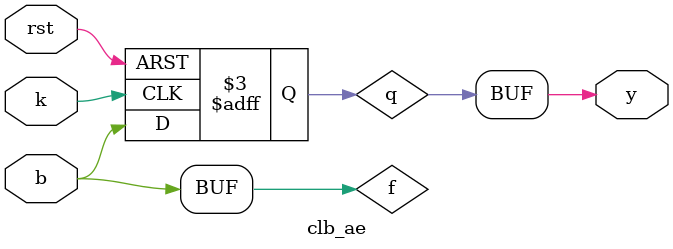
<source format=v>
module clb_ae(
	input b,
	input k,
	input rst,
	output y
);
	
	wire f;
	reg q;
	
	assign f = b;
	
	always @(posedge k, negedge rst) begin
		if (rst == 1'b0) begin
			q <= 1'b0;
		end else begin
			q <= f;
		end
	end
	
	assign y = q;

endmodule

</source>
